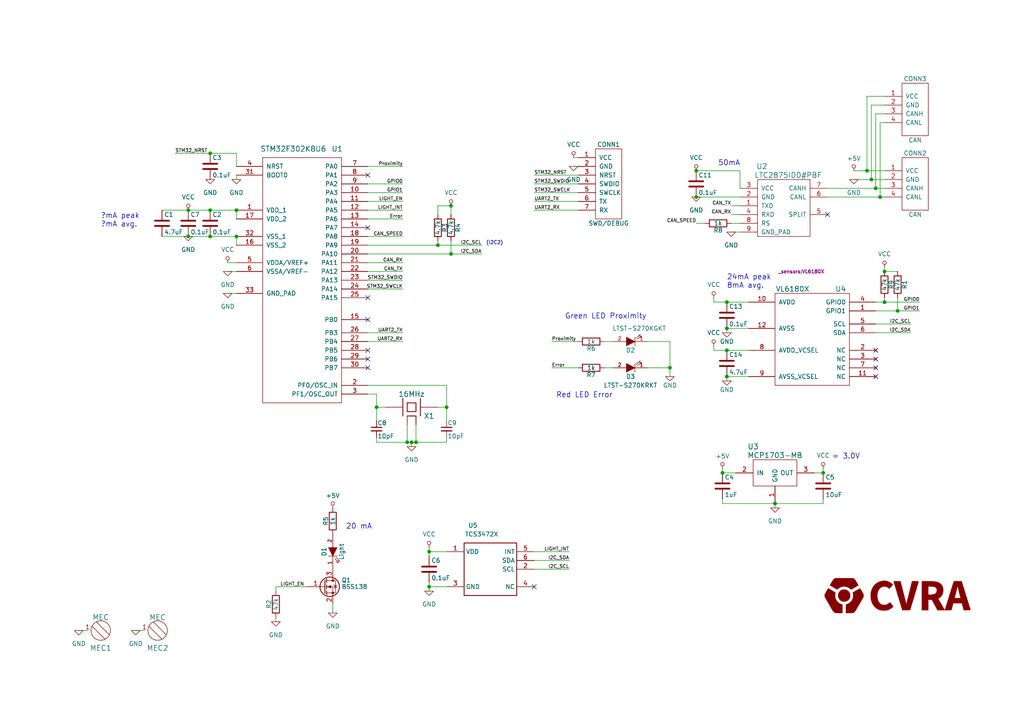
<source format=kicad_sch>
(kicad_sch (version 20230121) (generator eeschema)
  (paper "A4")
  (title_block (title "VL6180X Time of flight and color sensor board") (date "01.01.2018") (rev "A") (company "CVRA") (comment 1 "& Rouven Althaus") (comment 2 "Designed by Salah-Eddine Missri & Michael Spieler"))
  (lib_symbols
    (symbol "tof-sensor-board-rescue:+5V" (power) (pin_names (offset 1.016))
      (property "Value" "+5V" (at 0 2.286 0))
      (symbol "+5V_0_0"
        (pin power_in line (at 0 0 90) (length 0) hide (name "+5V") (number "1"))
      )
    )
    (symbol "tof-sensor-board-rescue:BSS138" (pin_names (offset 0) hide)
      (property "Reference" "Q" (at 5.08 1.905 0))
      (property "Value" "BSS138" (at 5.08 0 0))
      (symbol "BSS138_1_1"
        (pin input line (at -5.08 0 0) (length 5.334) (name "G") (number "1"))
        (pin passive line (at 2.54 -5.08 90) (length 2.54) (name "S") (number "2"))
        (pin passive line (at 2.54 5.08 270) (length 2.54) (name "D") (number "3"))
      )
    )
    (symbol "tof-sensor-board-rescue:C" (pin_numbers hide) (pin_names (offset 0.254))
      (property "Reference" "C" (at 0.635 2.54 0))
      (property "Value" "C" (at 0.635 -2.54 0))
      (symbol "C_1_1"
        (pin passive line (at 0 3.81 270) (length 2.794) (name "~") (number "1"))
        (pin passive line (at 0 -3.81 90) (length 2.794) (name "~") (number "2"))
      )
    )
    (symbol "tof-sensor-board-rescue:CAN" (pin_names (offset 1.016))
      (property "Reference" "CONN" (at 0 8.89 0))
      (property "Value" "CAN" (at 0 -8.89 0))
      (symbol "CAN_1_1"
        (pin power_in line (at -8.89 3.81 0) (length 5.08) (name "VCC") (number "1"))
        (pin power_in line (at -8.89 1.27 0) (length 5.08) (name "GND") (number "2"))
        (pin bidirectional line (at -8.89 -1.27 0) (length 5.08) (name "CANH") (number "3"))
        (pin bidirectional line (at -8.89 -3.81 0) (length 5.08) (name "CANL") (number "4"))
        (pin power_in line (at -11.43 -6.35 0) (length 7.62) hide (name "GND") (number "MECH"))
      )
    )
    (symbol "tof-sensor-board-rescue:CVRA_logo" (pin_names (offset 1.016)))
    (symbol "tof-sensor-board-rescue:C_Small" (pin_numbers hide) (pin_names (offset 0.254) hide)
      (property "Reference" "C" (at 0.254 1.778 0))
      (property "Value" "C_Small" (at 0.254 -2.032 0))
      (symbol "C_Small_1_1"
        (pin passive line (at 0 2.54 270) (length 2.032) (name "~") (number "1"))
        (pin passive line (at 0 -2.54 90) (length 2.032) (name "~") (number "2"))
      )
    )
    (symbol "tof-sensor-board-rescue:GND" (power) (pin_names (offset 0))
      (symbol "GND_1_1"
        (pin power_in line (at 0 0 90) (length 0) hide (name "GND") (number "1"))
      )
    )
    (symbol "tof-sensor-board-rescue:LED-RESCUE-tof-sensor-board" (pin_names (offset 1.016) hide)
      (property "Reference" "D" (at 0 2.54 0))
      (property "Value" "LED-RESCUE-tof-sensor-board" (at 0 -2.54 0))
      (symbol "LED-RESCUE-tof-sensor-board_1_1"
        (pin passive line (at -5.08 0 0) (length 3.81) (name "K") (number "1"))
        (pin passive line (at 5.08 0 180) (length 3.81) (name "A") (number "2"))
      )
    )
    (symbol "tof-sensor-board-rescue:LTC2875" (pin_names (offset 1.016))
      (property "Reference" "U" (at 6.35 7.62 0))
      (property "Value" "LTC2875" (at -2.54 7.62 0))
      (symbol "LTC2875_1_1"
        (pin input line (at -12.7 -1.27 0) (length 5.08) (name "TXD") (number "1"))
        (pin power_in line (at -12.7 1.27 0) (length 5.08) (name "GND") (number "2"))
        (pin power_in line (at -12.7 3.81 0) (length 5.08) (name "VCC") (number "3"))
        (pin output line (at -12.7 -3.81 0) (length 5.08) (name "RXD") (number "4"))
        (pin passive line (at 12.7 -3.81 180) (length 5.08) (name "SPLIT") (number "5"))
        (pin bidirectional line (at 12.7 1.27 180) (length 5.08) (name "CANL") (number "6"))
        (pin bidirectional line (at 12.7 3.81 180) (length 5.08) (name "CANH") (number "7"))
        (pin input line (at -12.7 -6.35 0) (length 5.08) (name "RS") (number "8"))
        (pin power_in line (at -12.7 -8.89 0) (length 5.08) (name "GND_PAD") (number "9"))
      )
    )
    (symbol "tof-sensor-board-rescue:MCP1703-MB" (pin_names (offset 1.016))
      (property "Reference" "U" (at 6.35 5.08 0))
      (property "Value" "MCP1703-MB" (at -1.27 5.08 0))
      (symbol "MCP1703-MB_1_1"
        (pin power_in line (at 0 -8.89 90) (length 5.08) (name "GND") (number "1"))
        (pin power_in line (at -11.43 0 0) (length 5.08) (name "IN") (number "2"))
        (pin power_in line (at 11.43 0 180) (length 5.08) (name "OUT") (number "3"))
      )
    )
    (symbol "tof-sensor-board-rescue:MEC" (pin_names (offset 1.016))
      (property "Reference" "MEC" (at 0 -5.08 0))
      (property "Value" "MEC" (at 0 3.81 0))
      (symbol "MEC_1_1"
        (pin input line (at -3.81 0 0) (length 0) (name "~") (number "1"))
      )
    )
    (symbol "tof-sensor-board-rescue:R" (pin_numbers hide) (pin_names (offset 0))
      (property "Reference" "R" (at 2.032 0 90))
      (property "Value" "R" (at 0 0 90))
      (symbol "R_1_1"
        (pin passive line (at 0 3.81 270) (length 1.27) (name "~") (number "1"))
        (pin passive line (at 0 -3.81 90) (length 1.27) (name "~") (number "2"))
      )
    )
    (symbol "tof-sensor-board-rescue:STM32F302K8U6" (pin_names (offset 1.016))
      (property "Reference" "U" (at 10.16 39.37 0))
      (property "Value" "STM32F302K8U6" (at -2.54 39.37 0))
      (symbol "STM32F302K8U6_1_1"
        (pin bidirectional line (at -19.05 21.59 0) (length 7.62) (name "VDD_1") (number "1"))
        (pin bidirectional line (at 19.05 26.67 180) (length 7.62) (name "PA3") (number "10"))
        (pin bidirectional line (at 19.05 24.13 180) (length 7.62) (name "PA4") (number "11"))
        (pin bidirectional line (at 19.05 21.59 180) (length 7.62) (name "PA5") (number "12"))
        (pin bidirectional line (at 19.05 19.05 180) (length 7.62) (name "PA6") (number "13"))
        (pin bidirectional line (at 19.05 16.51 180) (length 7.62) (name "PA7") (number "14"))
        (pin bidirectional line (at 19.05 -10.16 180) (length 7.62) (name "PB0") (number "15"))
        (pin bidirectional line (at -19.05 11.43 0) (length 7.62) (name "VSS_2") (number "16"))
        (pin bidirectional line (at -19.05 19.05 0) (length 7.62) (name "VDD_2") (number "17"))
        (pin bidirectional line (at 19.05 13.97 180) (length 7.62) (name "PA8") (number "18"))
        (pin bidirectional line (at 19.05 11.43 180) (length 7.62) (name "PA9") (number "19"))
        (pin bidirectional line (at 19.05 -29.21 180) (length 7.62) (name "PF0/OSC_IN") (number "2"))
        (pin bidirectional line (at 19.05 8.89 180) (length 7.62) (name "PA10") (number "20"))
        (pin bidirectional line (at 19.05 6.35 180) (length 7.62) (name "PA11") (number "21"))
        (pin bidirectional line (at 19.05 3.81 180) (length 7.62) (name "PA12") (number "22"))
        (pin bidirectional line (at 19.05 1.27 180) (length 7.62) (name "PA13") (number "23"))
        (pin bidirectional line (at 19.05 -1.27 180) (length 7.62) (name "PA14") (number "24"))
        (pin bidirectional line (at 19.05 -3.81 180) (length 7.62) (name "PA15") (number "25"))
        (pin bidirectional line (at 19.05 -13.97 180) (length 7.62) (name "PB3") (number "26"))
        (pin bidirectional line (at 19.05 -16.51 180) (length 7.62) (name "PB4") (number "27"))
        (pin bidirectional line (at 19.05 -19.05 180) (length 7.62) (name "PB5") (number "28"))
        (pin bidirectional line (at 19.05 -21.59 180) (length 7.62) (name "PB6") (number "29"))
        (pin bidirectional line (at 19.05 -31.75 180) (length 7.62) (name "PF1/OSC_OUT") (number "3"))
        (pin bidirectional line (at 19.05 -24.13 180) (length 7.62) (name "PB7") (number "30"))
        (pin bidirectional line (at -19.05 31.75 0) (length 7.62) (name "BOOT0") (number "31"))
        (pin bidirectional line (at -19.05 13.97 0) (length 7.62) (name "VSS_1") (number "32"))
        (pin power_in line (at -19.05 -2.54 0) (length 7.62) (name "GND_PAD") (number "33"))
        (pin bidirectional line (at -19.05 34.29 0) (length 7.62) (name "NRST") (number "4"))
        (pin bidirectional line (at -19.05 6.35 0) (length 7.62) (name "VDDA/VREF+") (number "5"))
        (pin bidirectional line (at -19.05 3.81 0) (length 7.62) (name "VSSA/VREF-") (number "6"))
        (pin bidirectional line (at 19.05 34.29 180) (length 7.62) (name "PA0") (number "7"))
        (pin bidirectional line (at 19.05 31.75 180) (length 7.62) (name "PA1") (number "8"))
        (pin bidirectional line (at 19.05 29.21 180) (length 7.62) (name "PA2") (number "9"))
      )
    )
    (symbol "tof-sensor-board-rescue:SWD/DEBUG" (pin_names (offset 1.016))
      (property "Reference" "CONN" (at 0 11.43 0))
      (property "Value" "SWD/DEBUG" (at 0 -11.43 0))
      (symbol "SWD/DEBUG_1_1"
        (pin power_in line (at -8.89 7.62 0) (length 5.08) (name "VCC") (number "1"))
        (pin power_in line (at -8.89 5.08 0) (length 5.08) (name "GND") (number "2"))
        (pin output line (at -8.89 2.54 0) (length 5.08) (name "NRST") (number "3"))
        (pin bidirectional line (at -8.89 0 0) (length 5.08) (name "SWDIO") (number "4"))
        (pin output line (at -8.89 -2.54 0) (length 5.08) (name "SWCLK") (number "5"))
        (pin input line (at -8.89 -5.08 0) (length 5.08) (name "TX") (number "6"))
        (pin output line (at -8.89 -7.62 0) (length 5.08) (name "RX") (number "7"))
      )
    )
    (symbol "tof-sensor-board-rescue:TCS3472X"
      (property "Reference" "U" (at -5.08 12.7 0))
      (property "Value" "TCS3472X" (at -2.54 10.16 0))
      (symbol "TCS3472X_1_1"
        (pin power_in line (at -12.7 5.08 0) (length 5.08) (name "VDD") (number "1"))
        (pin input line (at 12.7 0 180) (length 5.08) (name "SCL") (number "2"))
        (pin power_in line (at -12.7 -5.08 0) (length 5.08) (name "GND") (number "3"))
        (pin output line (at 12.7 -5.08 180) (length 5.08) (name "NC") (number "4"))
        (pin open_collector line (at 12.7 5.08 180) (length 5.08) (name "INT") (number "5"))
        (pin bidirectional line (at 12.7 2.54 180) (length 5.08) (name "SDA") (number "6"))
      )
    )
    (symbol "tof-sensor-board-rescue:VCC" (power) (pin_names (offset 0))
      (property "Value" "VCC" (at 0 2.54 0))
      (symbol "VCC_0_0"
        (pin power_in line (at 0 0 90) (length 0) hide (name "VCC") (number "1"))
      )
    )
    (symbol "tof-sensor-board-rescue:VL6180X" (pin_names (offset 1.016))
      (property "Reference" "U" (at 16.51 10.16 0))
      (property "Value" "VL6180X" (at 2.54 10.16 0))
      (symbol "VL6180X_1_1"
        (pin input line (at 26.67 3.81 180) (length 7.62) (name "GPIO1") (number "1"))
        (pin input line (at -10.16 6.35 0) (length 7.62) (name "AVDD") (number "10"))
        (pin no_connect line (at 26.67 -15.24 180) (length 7.62) (name "NC") (number "11"))
        (pin input line (at -10.16 -1.27 0) (length 7.62) (name "AVSS") (number "12"))
        (pin no_connect line (at 26.67 -7.62 180) (length 7.62) (name "NC") (number "2"))
        (pin no_connect line (at 26.67 -10.16 180) (length 7.62) (name "NC") (number "3"))
        (pin input line (at 26.67 6.35 180) (length 7.62) (name "GPIO0") (number "4"))
        (pin input line (at 26.67 0 180) (length 7.62) (name "SCL") (number "5"))
        (pin input line (at 26.67 -2.54 180) (length 7.62) (name "SDA") (number "6"))
        (pin no_connect line (at 26.67 -12.7 180) (length 7.62) (name "NC") (number "7"))
        (pin input line (at -10.16 -7.62 0) (length 7.62) (name "AVDD_VCSEL") (number "8"))
        (pin input line (at -10.16 -15.24 0) (length 7.62) (name "AVSS_VCSEL") (number "9"))
      )
    )
    (symbol "tof-sensor-board-rescue:XTAL-SMD-4-PADS" (pin_numbers hide) (pin_names (offset 1.016) hide)
      (property "Reference" "X" (at 0 5.08 0))
      (property "Value" "XTAL-SMD-4-PADS" (at 0 7.62 0))
      (symbol "XTAL-SMD-4-PADS_1_1"
        (pin input line (at -7.62 0 0) (length 5.08) (name "~") (number "1"))
        (pin input line (at -1.27 -5.08 90) (length 2.54) (name "case") (number "2"))
        (pin input line (at 7.62 0 180) (length 5.08) (name "~") (number "3"))
        (pin input line (at 1.27 -5.08 90) (length 2.54) (name "case") (number "4"))
      )
    )
  )
  (junction (at 60.96 44.45))
  (junction (at 54.61 68.58))
  (junction (at 124.46 170.18))
  (junction (at 109.22 118.11))
  (junction (at 130.81 59.69))
  (junction (at 210.82 109.22))
  (junction (at 60.96 60.96))
  (junction (at 120.65 128.27))
  (junction (at 210.82 101.6))
  (junction (at 60.96 68.58))
  (junction (at 256.54 87.63))
  (junction (at 201.93 57.15))
  (junction (at 224.79 146.05))
  (junction (at 201.93 49.53))
  (junction (at 255.27 57.15))
  (junction (at 68.58 68.58))
  (junction (at 238.76 137.16))
  (junction (at 130.81 73.66))
  (junction (at 252.73 52.07))
  (junction (at 260.35 90.17))
  (junction (at 127 71.12))
  (junction (at 251.46 49.53))
  (junction (at 256.54 78.74))
  (junction (at 209.55 137.16))
  (junction (at 119.38 128.27))
  (junction (at 194.31 106.68))
  (junction (at 124.46 160.02))
  (junction (at 210.82 87.63))
  (junction (at 118.11 128.27))
  (junction (at 129.54 118.11))
  (junction (at 254 54.61))
  (junction (at 54.61 60.96))
  (junction (at 68.58 60.96))
  (junction (at 210.82 95.25))
  (no_connect (at 106.68 66.04))
  (no_connect (at 106.68 104.14))
  (no_connect (at 106.68 106.68))
  (no_connect (at 106.68 101.6))
  (no_connect (at 106.68 86.36))
  (no_connect (at 240.03 62.23))
  (no_connect (at 254 106.68))
  (no_connect (at 154.94 170.18))
  (no_connect (at 254 101.6))
  (no_connect (at 106.68 92.71))
  (no_connect (at 254 104.14))
  (no_connect (at 254 109.22))
  (no_connect (at 106.68 50.8))
  (wire (pts (xy 66.04 76.2) (xy 68.58 76.2)))
  (wire (pts (xy 68.58 60.96) (xy 68.58 63.5)))
  (wire (pts (xy 252.73 52.07) (xy 256.54 52.07)))
  (wire (pts (xy 106.68 73.66) (xy 130.81 73.66)))
  (wire (pts (xy 50.8 44.45) (xy 60.96 44.45)))
  (wire (pts (xy 130.81 59.69) (xy 130.81 62.23)))
  (wire (pts (xy 54.61 68.58) (xy 60.96 68.58)))
  (wire (pts (xy 129.54 118.11) (xy 129.54 121.92)))
  (wire (pts (xy 124.46 168.91) (xy 124.46 170.18)))
  (wire (pts (xy 224.79 147.32) (xy 224.79 146.05)))
  (wire (pts (xy 96.52 175.26) (xy 96.52 177.8)))
  (wire (pts (xy 68.58 68.58) (xy 68.58 71.12)))
  (wire (pts (xy 201.93 57.15) (xy 214.63 57.15)))
  (wire (pts (xy 120.65 123.19) (xy 120.65 128.27)))
  (wire (pts (xy 22.86 182.88) (xy 25.4 182.88)))
  (wire (pts (xy 256.54 86.36) (xy 256.54 87.63)))
  (wire (pts (xy 120.65 128.27) (xy 129.54 128.27)))
  (wire (pts (xy 109.22 128.27) (xy 118.11 128.27)))
  (wire (pts (xy 154.94 50.8) (xy 167.64 50.8)))
  (wire (pts (xy 39.37 182.88) (xy 41.91 182.88)))
  (wire (pts (xy 66.04 78.74) (xy 68.58 78.74)))
  (wire (pts (xy 118.11 128.27) (xy 119.38 128.27)))
  (wire (pts (xy 212.09 59.69) (xy 214.63 59.69)))
  (wire (pts (xy 66.04 85.09) (xy 68.58 85.09)))
  (wire (pts (xy 254 33.02) (xy 254 54.61)))
  (wire (pts (xy 127 71.12) (xy 127 69.85)))
  (wire (pts (xy 116.84 48.26) (xy 106.68 48.26)))
  (wire (pts (xy 207.01 101.6) (xy 207.01 100.33)))
  (wire (pts (xy 166.37 48.26) (xy 167.64 48.26)))
  (wire (pts (xy 194.31 99.06) (xy 194.31 106.68)))
  (wire (pts (xy 260.35 78.74) (xy 256.54 78.74)))
  (wire (pts (xy 240.03 54.61) (xy 254 54.61)))
  (wire (pts (xy 209.55 137.16) (xy 213.36 137.16)))
  (wire (pts (xy 127 59.69) (xy 127 62.23)))
  (wire (pts (xy 177.8 99.06) (xy 175.26 99.06)))
  (wire (pts (xy 254 93.98) (xy 264.16 93.98)))
  (wire (pts (xy 127 59.69) (xy 130.81 59.69)))
  (wire (pts (xy 106.68 96.52) (xy 116.84 96.52)))
  (wire (pts (xy 54.61 60.96) (xy 60.96 60.96)))
  (wire (pts (xy 106.68 63.5) (xy 116.84 63.5)))
  (wire (pts (xy 80.01 170.18) (xy 80.01 171.45)))
  (wire (pts (xy 124.46 158.75) (xy 124.46 160.02)))
  (wire (pts (xy 106.68 68.58) (xy 116.84 68.58)))
  (wire (pts (xy 116.84 78.74) (xy 106.68 78.74)))
  (wire (pts (xy 256.54 30.48) (xy 252.73 30.48)))
  (wire (pts (xy 111.76 118.11) (xy 109.22 118.11)))
  (wire (pts (xy 109.22 114.3) (xy 109.22 118.11)))
  (wire (pts (xy 187.96 99.06) (xy 194.31 99.06)))
  (wire (pts (xy 210.82 109.22) (xy 210.82 110.49)))
  (wire (pts (xy 210.82 87.63) (xy 217.17 87.63)))
  (wire (pts (xy 160.02 106.68) (xy 167.64 106.68)))
  (wire (pts (xy 46.99 60.96) (xy 54.61 60.96)))
  (wire (pts (xy 254 87.63) (xy 256.54 87.63)))
  (wire (pts (xy 264.16 96.52) (xy 254 96.52)))
  (wire (pts (xy 207.01 87.63) (xy 207.01 86.36)))
  (wire (pts (xy 256.54 87.63) (xy 266.7 87.63)))
  (wire (pts (xy 154.94 165.1) (xy 165.1 165.1)))
  (wire (pts (xy 68.58 52.07) (xy 68.58 50.8)))
  (wire (pts (xy 129.54 160.02) (xy 124.46 160.02)))
  (wire (pts (xy 116.84 99.06) (xy 106.68 99.06)))
  (wire (pts (xy 106.68 111.76) (xy 129.54 111.76)))
  (wire (pts (xy 106.68 83.82) (xy 116.84 83.82)))
  (wire (pts (xy 109.22 114.3) (xy 106.68 114.3)))
  (wire (pts (xy 68.58 44.45) (xy 68.58 48.26)))
  (wire (pts (xy 224.79 146.05) (xy 238.76 146.05)))
  (wire (pts (xy 124.46 170.18) (xy 124.46 171.45)))
  (wire (pts (xy 109.22 128.27) (xy 109.22 127)))
  (wire (pts (xy 124.46 160.02) (xy 124.46 161.29)))
  (wire (pts (xy 210.82 101.6) (xy 217.17 101.6)))
  (wire (pts (xy 129.54 170.18) (xy 124.46 170.18)))
  (wire (pts (xy 210.82 95.25) (xy 210.82 96.52)))
  (wire (pts (xy 118.11 123.19) (xy 118.11 128.27)))
  (wire (pts (xy 212.09 64.77) (xy 214.63 64.77)))
  (wire (pts (xy 130.81 73.66) (xy 130.81 69.85)))
  (wire (pts (xy 129.54 128.27) (xy 129.54 127)))
  (wire (pts (xy 127 71.12) (xy 139.7 71.12)))
  (wire (pts (xy 194.31 106.68) (xy 194.31 109.22)))
  (wire (pts (xy 254 54.61) (xy 256.54 54.61)))
  (wire (pts (xy 175.26 106.68) (xy 177.8 106.68)))
  (wire (pts (xy 256.54 78.74) (xy 256.54 77.47)))
  (wire (pts (xy 207.01 101.6) (xy 210.82 101.6)))
  (wire (pts (xy 116.84 76.2) (xy 106.68 76.2)))
  (wire (pts (xy 167.64 99.06) (xy 160.02 99.06)))
  (wire (pts (xy 255.27 57.15) (xy 256.54 57.15)))
  (wire (pts (xy 167.64 60.96) (xy 154.94 60.96)))
  (wire (pts (xy 201.93 64.77) (xy 204.47 64.77)))
  (wire (pts (xy 116.84 81.28) (xy 106.68 81.28)))
  (wire (pts (xy 240.03 57.15) (xy 255.27 57.15)))
  (wire (pts (xy 254 90.17) (xy 260.35 90.17)))
  (wire (pts (xy 116.84 53.34) (xy 106.68 53.34)))
  (wire (pts (xy 209.55 144.78) (xy 209.55 146.05)))
  (wire (pts (xy 127 118.11) (xy 129.54 118.11)))
  (wire (pts (xy 60.96 60.96) (xy 68.58 60.96)))
  (wire (pts (xy 154.94 160.02) (xy 165.1 160.02)))
  (wire (pts (xy 256.54 33.02) (xy 254 33.02)))
  (wire (pts (xy 217.17 95.25) (xy 210.82 95.25)))
  (wire (pts (xy 106.68 60.96) (xy 116.84 60.96)))
  (wire (pts (xy 238.76 137.16) (xy 238.76 135.89)))
  (wire (pts (xy 201.93 49.53) (xy 214.63 49.53)))
  (wire (pts (xy 251.46 49.53) (xy 256.54 49.53)))
  (wire (pts (xy 46.99 68.58) (xy 54.61 68.58)))
  (wire (pts (xy 252.73 30.48) (xy 252.73 52.07)))
  (wire (pts (xy 247.65 49.53) (xy 251.46 49.53)))
  (wire (pts (xy 106.68 71.12) (xy 127 71.12)))
  (wire (pts (xy 166.37 45.72) (xy 167.64 45.72)))
  (wire (pts (xy 209.55 135.89) (xy 209.55 137.16)))
  (wire (pts (xy 165.1 162.56) (xy 154.94 162.56)))
  (wire (pts (xy 212.09 62.23) (xy 214.63 62.23)))
  (wire (pts (xy 260.35 90.17) (xy 266.7 90.17)))
  (wire (pts (xy 214.63 49.53) (xy 214.63 54.61)))
  (wire (pts (xy 247.65 52.07) (xy 252.73 52.07)))
  (wire (pts (xy 251.46 27.94) (xy 251.46 49.53)))
  (wire (pts (xy 167.64 53.34) (xy 154.94 53.34)))
  (wire (pts (xy 238.76 146.05) (xy 238.76 144.78)))
  (wire (pts (xy 119.38 128.27) (xy 120.65 128.27)))
  (wire (pts (xy 236.22 137.16) (xy 238.76 137.16)))
  (wire (pts (xy 209.55 146.05) (xy 224.79 146.05)))
  (wire (pts (xy 129.54 111.76) (xy 129.54 118.11)))
  (wire (pts (xy 106.68 58.42) (xy 116.84 58.42)))
  (wire (pts (xy 154.94 55.88) (xy 167.64 55.88)))
  (wire (pts (xy 119.38 128.27) (xy 119.38 129.54)))
  (wire (pts (xy 255.27 35.56) (xy 255.27 57.15)))
  (wire (pts (xy 60.96 68.58) (xy 68.58 68.58)))
  (wire (pts (xy 130.81 73.66) (xy 139.7 73.66)))
  (wire (pts (xy 260.35 86.36) (xy 260.35 90.17)))
  (wire (pts (xy 217.17 109.22) (xy 210.82 109.22)))
  (wire (pts (xy 80.01 170.18) (xy 88.9 170.18)))
  (wire (pts (xy 256.54 35.56) (xy 255.27 35.56)))
  (wire (pts (xy 80.01 179.07) (xy 80.01 180.34)))
  (wire (pts (xy 207.01 87.63) (xy 210.82 87.63)))
  (wire (pts (xy 106.68 55.88) (xy 116.84 55.88)))
  (wire (pts (xy 154.94 58.42) (xy 167.64 58.42)))
  (wire (pts (xy 60.96 44.45) (xy 68.58 44.45)))
  (wire (pts (xy 256.54 27.94) (xy 251.46 27.94)))
  (wire (pts (xy 187.96 106.68) (xy 194.31 106.68)))
  (wire (pts (xy 109.22 118.11) (xy 109.22 121.92)))
  (wire (pts (xy 212.09 67.31) (xy 214.63 67.31)))
  (text "Red LED Error" (at 161.29 115.57 0) (effects (font (size 1.524 1.524)) (justify left bottom)))
  (text "50mA" (at 208.28 48.26 0) (effects (font (size 1.524 1.524)) (justify left bottom)))
  (text "24mA peak\n8mA avg." (at 210.82 83.82 0) (effects (font (size 1.524 1.524)) (justify left bottom)))
  (text "20 mA\n" (at 100.33 153.67 0) (effects (font (size 1.524 1.524)) (justify left bottom)))
  (text "?mA peak\n?mA avg." (at 29.21 66.04 0) (effects (font (size 1.524 1.524)) (justify left bottom)))
  (text "= 3.0V\n" (at 241.3 133.35 0) (effects (font (size 1.524 1.524)) (justify left bottom)))
  (text "Green LED Proximity" (at 163.83 92.71 0) (effects (font (size 1.524 1.524)) (justify left bottom)))
  (text "(I2C2)" (at 140.97 71.12 0) (effects (font (size 1.016 1.016)) (justify left bottom)))
  (label "CAN_SPEED" (at 201.93 64.77 180) (effects (font (size 0.9906 0.9906))))
  (label "I2C_SCL" (at 165.1 165.1 180) (effects (font (size 0.9906 0.9906))))
  (label "Proximity" (at 116.84 48.26 180) (effects (font (size 0.9906 0.9906))))
  (label "GPIO1" (at 116.84 55.88 180) (effects (font (size 0.9906 0.9906))))
  (label "I2C_SDA" (at 165.1 162.56 180) (effects (font (size 0.9906 0.9906))))
  (label "STM32_NRST" (at 50.8 44.45 0) (effects (font (size 0.9906 0.9906))))
  (label "UART2_TX" (at 116.84 96.52 180) (effects (font (size 0.9906 0.9906))))
  (label "CAN_RX" (at 212.09 62.23 180) (effects (font (size 0.9906 0.9906))))
  (label "GPIO0" (at 116.84 53.34 180) (effects (font (size 0.9906 0.9906))))
  (label "STM32_NRST" (at 154.94 50.8 0) (effects (font (size 0.9906 0.9906))))
  (label "I2C_SCL" (at 264.16 93.98 180) (effects (font (size 0.9906 0.9906))))
  (label "STM32_SWDIO" (at 116.84 81.28 180) (effects (font (size 0.9906 0.9906))))
  (label "I2C_SDA" (at 264.16 96.52 180) (effects (font (size 0.9906 0.9906))))
  (label "GPIO0" (at 266.7 87.63 180) (effects (font (size 0.9906 0.9906))))
  (label "STM32_SWCLK" (at 116.84 83.82 180) (effects (font (size 0.9906 0.9906))))
  (label "STM32_SWCLK" (at 154.94 55.88 0) (effects (font (size 0.9906 0.9906))))
  (label "LIGHT_INT" (at 116.84 60.96 180) (effects (font (size 0.9906 0.9906))))
  (label "CAN_SPEED" (at 116.84 68.58 180) (effects (font (size 0.9906 0.9906))))
  (label "Error" (at 116.84 63.5 180) (effects (font (size 0.9906 0.9906))))
  (label "LIGHT_INT" (at 165.1 160.02 180) (effects (font (size 0.9906 0.9906))))
  (label "GPIO1" (at 266.7 90.17 180) (effects (font (size 0.9906 0.9906))))
  (label "CAN_TX" (at 116.84 78.74 180) (effects (font (size 0.9906 0.9906))))
  (label "I2C_SDA" (at 139.7 73.66 180) (effects (font (size 0.9906 0.9906))))
  (label "Error" (at 160.02 106.68 0) (effects (font (size 0.9906 0.9906))))
  (label "CAN_RX" (at 116.84 76.2 180) (effects (font (size 0.9906 0.9906))))
  (label "I2C_SCL" (at 139.7 71.12 180) (effects (font (size 0.9906 0.9906))))
  (label "STM32_SWDIO" (at 154.94 53.34 0) (effects (font (size 0.9906 0.9906))))
  (label "CAN_TX" (at 212.09 59.69 180) (effects (font (size 0.9906 0.9906))))
  (label "UART2_RX" (at 116.84 99.06 180) (effects (font (size 0.9906 0.9906))))
  (label "Proximity" (at 160.02 99.06 0) (effects (font (size 0.9906 0.9906))))
  (label "LIGHT_EN" (at 116.84 58.42 180) (effects (font (size 0.9906 0.9906))))
  (label "LIGHT_EN" (at 81.28 170.18 0) (effects (font (size 0.9906 0.9906))))
  (label "UART2_RX" (at 154.94 60.96 0) (effects (font (size 0.9906 0.9906))))
  (label "UART2_TX" (at 154.94 58.42 0) (effects (font (size 0.9906 0.9906))))
  (symbol (lib_id "tof-sensor-board-rescue:C_Small") (at 109.22 124.46 0) (unit 1)
    (property "Reference" "C8" (at 109.474 122.682 0) (effects (justify left)))
    (property "Value" "10pF" (at 109.474 126.492 0) (effects (justify left)))
    (property "Footprint" "Capacitors_SMD:C_0402" (effects hide))
  )
  (symbol (lib_id "tof-sensor-board-rescue:C_Small") (at 129.54 124.46 0) (unit 1)
    (property "Reference" "C9" (at 129.794 122.682 0) (effects (justify left)))
    (property "Value" "10pF" (at 129.794 126.492 0) (effects (justify left)))
    (property "Footprint" "Capacitors_SMD:C_0402" (effects hide))
  )
  (symbol (lib_id "tof-sensor-board-rescue:GND") (at 119.38 129.54 0) (unit 1)
    (property "Reference" "#PWR01" (effects hide))
    (property "Value" "GND" (at 119.38 133.35 0))
  )
  (symbol (lib_id "tof-sensor-board-rescue:GND") (at 68.58 52.07 0) (unit 1)
    (property "Reference" "#PWR02" (effects hide))
    (property "Value" "GND" (at 68.58 55.88 0))
  )
  (symbol (lib_id "tof-sensor-board-rescue:C") (at 60.96 64.77 0) (unit 1)
    (property "Reference" "C2" (at 61.595 62.23 0) (effects (justify left)))
    (property "Value" "0.1uF" (at 61.595 67.31 0) (effects (justify left)))
    (property "Footprint" "Capacitors_SMD:C_0402" (effects hide))
  )
  (symbol (lib_id "tof-sensor-board-rescue:VCC") (at 66.04 76.2 0) (unit 1)
    (property "Reference" "#PWR03" (effects hide))
    (property "Value" "VCC" (at 66.04 72.39 0))
  )
  (symbol (lib_id "tof-sensor-board-rescue:GND") (at 66.04 78.74 0) (unit 1)
    (property "Reference" "#PWR04" (effects hide))
    (property "Value" "GND" (at 66.04 82.55 0))
  )
  (symbol (lib_id "tof-sensor-board-rescue:XTAL-SMD-4-PADS") (at 119.38 118.11 0) (unit 1)
    (property "Reference" "X1" (at 124.46 120.65 0) (effects (font (size 1.524 1.524))))
    (property "Value" "16MHz" (at 119.38 114.3 0) (effects (font (size 1.524 1.524))))
    (property "Footprint" "_div:_TSX-3225-SMD-XTAL" (effects hide))
  )
  (symbol (lib_id "tof-sensor-board-rescue:CAN") (at 265.43 31.75 0) (unit 1)
    (property "Reference" "CONN3" (at 265.43 22.86 0))
    (property "Value" "CAN" (at 265.43 40.64 0))
    (property "Footprint" "_connectors:_Molex-PicoBlade-SMD-4" (effects hide))
    (property "Datasheet" "DOCUMENTATION" (effects hide))
  )
  (symbol (lib_id "tof-sensor-board-rescue:LED-RESCUE-tof-sensor-board") (at 182.88 99.06 180) (unit 1)
    (property "Reference" "D2" (at 182.88 101.6 0))
    (property "Value" "LTST-S270KGKT" (at 185.42 95.25 0))
    (property "Footprint" "Resistors_SMD:R_0603" (effects hide))
  )
  (symbol (lib_id "tof-sensor-board-rescue:LED-RESCUE-tof-sensor-board") (at 182.88 106.68 180) (unit 1)
    (property "Reference" "D3" (at 182.88 109.22 0))
    (property "Value" "LTST-S270KRKT" (at 182.88 111.76 0))
    (property "Footprint" "Resistors_SMD:R_0603" (effects hide))
  )
  (symbol (lib_id "tof-sensor-board-rescue:R") (at 171.45 99.06 90) (mirror x) (unit 1)
    (property "Reference" "R6" (at 171.45 101.092 90))
    (property "Value" "1k" (at 171.45 99.06 90))
    (property "Footprint" "Resistors_SMD:R_0402" (effects hide))
  )
  (symbol (lib_id "tof-sensor-board-rescue:R") (at 171.45 106.68 90) (mirror x) (unit 1)
    (property "Reference" "R7" (at 171.45 108.712 90))
    (property "Value" "1k" (at 171.45 106.68 90))
    (property "Footprint" "Resistors_SMD:R_0402" (effects hide))
  )
  (symbol (lib_id "tof-sensor-board-rescue:R") (at 127 66.04 0) (unit 1)
    (property "Reference" "R3" (at 129.032 66.04 90))
    (property "Value" "4.7k" (at 127 66.04 90))
    (property "Footprint" "Resistors_SMD:R_0402" (effects hide))
  )
  (symbol (lib_id "tof-sensor-board-rescue:R") (at 130.81 66.04 0) (unit 1)
    (property "Reference" "R4" (at 132.842 66.04 90))
    (property "Value" "4.7k" (at 130.81 66.04 90))
    (property "Footprint" "Resistors_SMD:R_0402" (effects hide))
  )
  (symbol (lib_id "tof-sensor-board-rescue:C") (at 210.82 105.41 0) (unit 1)
    (property "Reference" "C14" (at 211.455 102.87 0) (effects (justify left)))
    (property "Value" "4.7uF" (at 211.455 107.95 0) (effects (justify left)))
    (property "Footprint" "Capacitors_SMD:C_0603" (effects hide))
  )
  (symbol (lib_id "tof-sensor-board-rescue:GND") (at 210.82 96.52 0) (unit 1)
    (property "Reference" "#PWR05" (effects hide))
    (property "Value" "GND" (at 210.82 99.06 0))
  )
  (symbol (lib_id "tof-sensor-board-rescue:R") (at 256.54 82.55 0) (unit 1)
    (property "Reference" "R9" (at 258.572 82.55 90))
    (property "Value" "47k" (at 256.54 82.55 90))
    (property "Footprint" "Resistors_SMD:R_0402" (effects hide))
  )
  (symbol (lib_id "tof-sensor-board-rescue:LTC2875") (at 227.33 58.42 0) (unit 1)
    (property "Reference" "U2" (at 220.98 48.26 0) (effects (font (size 1.524 1.524))))
    (property "Value" "LTC2875IDD#PBF" (at 228.6 50.8 0) (effects (font (size 1.524 1.524))))
    (property "Footprint" "Housings_DFN_QFN:DFN-8-1EP_3x3mm_Pitch0.5mm" (effects hide))
  )
  (symbol (lib_id "tof-sensor-board-rescue:R") (at 208.28 64.77 270) (unit 1)
    (property "Reference" "R8" (at 208.28 66.802 90))
    (property "Value" "1k" (at 208.28 64.77 90))
    (property "Footprint" "Resistors_SMD:R_0402" (effects hide))
  )
  (symbol (lib_id "tof-sensor-board-rescue:C") (at 54.61 64.77 0) (unit 1)
    (property "Reference" "C7" (at 55.245 62.23 0) (effects (justify left)))
    (property "Value" "0.1uF" (at 55.245 67.31 0) (effects (justify left)))
    (property "Footprint" "Capacitors_SMD:C_0402" (effects hide))
  )
  (symbol (lib_id "tof-sensor-board-rescue:GND") (at 201.93 57.15 0) (unit 1)
    (property "Reference" "#PWR06" (effects hide))
    (property "Value" "GND" (at 201.93 60.96 0))
  )
  (symbol (lib_id "tof-sensor-board-rescue:VCC") (at 201.93 49.53 0) (unit 1)
    (property "Reference" "#PWR07" (effects hide))
    (property "Value" "VCC" (at 201.93 45.72 0))
  )
  (symbol (lib_id "tof-sensor-board-rescue:C") (at 201.93 53.34 0) (unit 1)
    (property "Reference" "C11" (at 202.565 50.8 0) (effects (justify left)))
    (property "Value" "0.1uF" (at 202.565 55.88 0) (effects (justify left)))
    (property "Footprint" "Capacitors_SMD:C_0402" (effects hide))
  )
  (symbol (lib_id "tof-sensor-board-rescue:CAN") (at 265.43 53.34 0) (unit 1)
    (property "Reference" "CONN2" (at 265.43 44.45 0))
    (property "Value" "CAN" (at 265.43 62.23 0))
    (property "Footprint" "_connectors:_Molex-PicoBlade-SMD-4" (effects hide))
    (property "Datasheet" "DOCUMENTATION" (effects hide))
  )
  (symbol (lib_id "tof-sensor-board-rescue:GND") (at 247.65 52.07 0) (unit 1)
    (property "Reference" "#PWR08" (effects hide))
    (property "Value" "GND" (at 247.65 55.88 0))
  )
  (symbol (lib_id "tof-sensor-board-rescue:GND") (at 166.37 48.26 0) (unit 1)
    (property "Reference" "#PWR09" (effects hide))
    (property "Value" "GND" (at 166.37 52.07 0))
  )
  (symbol (lib_id "tof-sensor-board-rescue:VCC") (at 166.37 45.72 0) (unit 1)
    (property "Reference" "#PWR010" (effects hide))
    (property "Value" "VCC" (at 166.37 41.91 0))
  )
  (symbol (lib_id "tof-sensor-board-rescue:+5V") (at 247.65 49.53 0) (unit 1)
    (property "Reference" "#PWR011" (effects hide))
    (property "Value" "+5V" (at 247.65 45.974 0))
  )
  (symbol (lib_id "tof-sensor-board-rescue:STM32F302K8U6") (at 87.63 82.55 0) (unit 1)
    (property "Reference" "U1" (at 97.79 43.18 0) (effects (font (size 1.524 1.524))))
    (property "Value" "STM32F302K8U6" (at 85.09 43.18 0) (effects (font (size 1.524 1.524))))
    (property "Footprint" "Housings_DFN_QFN:QFN-32-1EP_5x5mm_Pitch0.5mm" (effects hide))
    (property "Datasheet" "DOCUMENTATION" (effects hide))
  )
  (symbol (lib_id "tof-sensor-board-rescue:SWD/DEBUG") (at 176.53 53.34 0) (unit 1)
    (property "Reference" "CONN1" (at 176.53 41.91 0))
    (property "Value" "SWD/DEBUG" (at 176.53 64.77 0))
    (property "Footprint" "_connectors:_Pin2mm_7z" (effects hide))
    (property "Datasheet" "DOCUMENTATION" (effects hide))
  )
  (symbol (lib_id "tof-sensor-board-rescue:C") (at 60.96 48.26 0) (unit 1)
    (property "Reference" "C3" (at 61.595 45.72 0) (effects (justify left)))
    (property "Value" "0.1uF" (at 61.595 50.8 0) (effects (justify left)))
    (property "Footprint" "Capacitors_SMD:C_0402" (effects hide))
  )
  (symbol (lib_id "tof-sensor-board-rescue:GND") (at 60.96 52.07 0) (unit 1)
    (property "Reference" "#PWR012" (effects hide))
    (property "Value" "GND" (at 60.96 55.88 0))
  )
  (symbol (lib_id "tof-sensor-board-rescue:GND") (at 54.61 68.58 0) (unit 1)
    (property "Reference" "#PWR013" (effects hide))
    (property "Value" "GND" (at 54.61 72.39 0))
  )
  (symbol (lib_id "tof-sensor-board-rescue:VCC") (at 54.61 60.96 0) (unit 1)
    (property "Reference" "#PWR014" (effects hide))
    (property "Value" "VCC" (at 54.61 57.15 0))
  )
  (symbol (lib_id "tof-sensor-board-rescue:C") (at 46.99 64.77 0) (unit 1)
    (property "Reference" "C1" (at 47.625 62.23 0) (effects (justify left)))
    (property "Value" "4.7uF" (at 47.625 67.31 0) (effects (justify left)))
    (property "Footprint" "Capacitors_SMD:C_0603" (effects hide))
  )
  (symbol (lib_id "tof-sensor-board-rescue:VCC") (at 130.81 59.69 0) (unit 1)
    (property "Reference" "#PWR015" (effects hide))
    (property "Value" "VCC" (at 130.81 55.88 0))
  )
  (symbol (lib_id "tof-sensor-board-rescue:CVRA_logo") (at 260.35 172.72 0) (unit 1)
    (property "Reference" "#G1" (effects hide))
    (property "Value" "CVRA_logo" (effects hide))
  )
  (symbol (lib_id "tof-sensor-board-rescue:C") (at 209.55 140.97 0) (unit 1)
    (property "Reference" "C4" (at 210.185 138.43 0) (effects (justify left)))
    (property "Value" "1uF" (at 210.185 143.51 0) (effects (justify left)))
    (property "Footprint" "Capacitors_SMD:C_0603" (effects hide))
  )
  (symbol (lib_id "tof-sensor-board-rescue:C") (at 238.76 140.97 0) (unit 1)
    (property "Reference" "C5" (at 239.395 138.43 0) (effects (justify left)))
    (property "Value" "10uF" (at 239.395 143.51 0) (effects (justify left)))
    (property "Footprint" "Capacitors_SMD:C_0603" (effects hide))
  )
  (symbol (lib_id "tof-sensor-board-rescue:+5V") (at 209.55 135.89 0) (unit 1)
    (property "Reference" "#PWR016" (effects hide))
    (property "Value" "+5V" (at 209.55 132.334 0))
  )
  (symbol (lib_id "tof-sensor-board-rescue:GND") (at 224.79 147.32 0) (unit 1)
    (property "Reference" "#PWR017" (effects hide))
    (property "Value" "GND" (at 224.79 151.13 0))
  )
  (symbol (lib_id "tof-sensor-board-rescue:VCC") (at 238.76 135.89 0) (unit 1)
    (property "Reference" "#PWR018" (effects hide))
    (property "Value" "VCC" (at 238.76 132.08 0))
  )
  (symbol (lib_id "tof-sensor-board-rescue:VCC") (at 256.54 77.47 0) (unit 1)
    (property "Reference" "#PWR019" (effects hide))
    (property "Value" "VCC" (at 256.54 73.66 0))
  )
  (symbol (lib_id "tof-sensor-board-rescue:C") (at 210.82 91.44 0) (unit 1)
    (property "Reference" "C13" (at 211.455 88.9 0) (effects (justify left)))
    (property "Value" "0.1uF" (at 211.455 93.98 0) (effects (justify left)))
    (property "Footprint" "Capacitors_SMD:C_0402" (effects hide))
  )
  (symbol (lib_id "tof-sensor-board-rescue:R") (at 260.35 82.55 0) (unit 1)
    (property "Reference" "R1" (at 262.382 82.55 90))
    (property "Value" "47k" (at 260.35 82.55 90))
    (property "Footprint" "Resistors_SMD:R_0402" (effects hide))
  )
  (symbol (lib_id "tof-sensor-board-rescue:MEC") (at 45.72 182.88 0) (unit 1)
    (property "Reference" "MEC2" (at 45.72 187.96 0) (effects (font (size 1.524 1.524))))
    (property "Value" "MEC" (at 45.72 179.07 0) (effects (font (size 1.524 1.524))))
    (property "Footprint" "_mech:_M2" (effects hide))
  )
  (symbol (lib_id "tof-sensor-board-rescue:MEC") (at 29.21 182.88 0) (unit 1)
    (property "Reference" "MEC1" (at 29.21 187.96 0) (effects (font (size 1.524 1.524))))
    (property "Value" "MEC" (at 29.21 179.07 0) (effects (font (size 1.524 1.524))))
    (property "Footprint" "_mech:_M2" (effects hide))
  )
  (symbol (lib_id "tof-sensor-board-rescue:GND") (at 39.37 182.88 0) (unit 1)
    (property "Reference" "#PWR020" (effects hide))
    (property "Value" "GND" (at 39.37 186.69 0))
  )
  (symbol (lib_id "tof-sensor-board-rescue:GND") (at 22.86 182.88 0) (unit 1)
    (property "Reference" "#PWR021" (effects hide))
    (property "Value" "GND" (at 22.86 186.69 0))
  )
  (symbol (lib_id "tof-sensor-board-rescue:GND") (at 212.09 67.31 0) (unit 1)
    (property "Reference" "#PWR022" (effects hide))
    (property "Value" "GND" (at 212.09 71.12 0))
  )
  (symbol (lib_id "tof-sensor-board-rescue:GND") (at 66.04 85.09 0) (unit 1)
    (property "Reference" "#PWR023" (effects hide))
    (property "Value" "GND" (at 66.04 88.9 0))
  )
  (symbol (lib_id "tof-sensor-board-rescue:VL6180X") (at 227.33 93.98 0) (unit 1)
    (property "Reference" "U4" (at 243.84 83.82 0) (effects (font (size 1.4986 1.4986))))
    (property "Value" "VL6180X" (at 229.87 83.82 0) (effects (font (size 1.4986 1.4986))))
    (property "Footprint" "_sensors:VL6180X" (at 232.41 78.74 0) (effects (font (size 0.9906 0.9906))))
  )
  (symbol (lib_id "tof-sensor-board-rescue:GND") (at 210.82 110.49 0) (unit 1)
    (property "Reference" "#PWR026" (effects hide))
    (property "Value" "GND" (at 210.82 113.03 0))
  )
  (symbol (lib_id "tof-sensor-board-rescue:VCC") (at 207.01 100.33 0) (unit 1)
    (property "Reference" "#PWR027" (effects hide))
    (property "Value" "VCC" (at 207.01 96.52 0))
  )
  (symbol (lib_id "tof-sensor-board-rescue:VCC") (at 207.01 86.36 0) (unit 1)
    (property "Reference" "#PWR028" (effects hide))
    (property "Value" "VCC" (at 207.01 82.55 0))
  )
  (symbol (lib_id "tof-sensor-board-rescue:LED-RESCUE-tof-sensor-board") (at 96.52 160.02 90) (unit 1)
    (property "Reference" "D1" (at 93.98 160.02 0))
    (property "Value" "Light" (at 99.06 160.02 0))
    (property "Footprint" "_std:LED_CREE_CLM3A" (effects hide))
  )
  (symbol (lib_id "tof-sensor-board-rescue:R") (at 96.52 151.13 180) (unit 1)
    (property "Reference" "R5" (at 94.488 151.13 90))
    (property "Value" "1k" (at 96.52 151.13 90))
    (property "Footprint" "Resistors_SMD:R_0402" (effects hide))
  )
  (symbol (lib_id "tof-sensor-board-rescue:R") (at 80.01 175.26 180) (unit 1)
    (property "Reference" "R2" (at 77.978 175.26 90))
    (property "Value" "47k" (at 80.01 175.26 90))
    (property "Footprint" "Resistors_SMD:R_0402" (effects hide))
  )
  (symbol (lib_id "tof-sensor-board-rescue:BSS138") (at 93.98 170.18 0) (unit 1)
    (property "Reference" "Q1" (at 99.06 168.275 0) (effects (justify left)))
    (property "Value" "BSS138" (at 99.06 170.18 0) (effects (justify left)))
    (property "Footprint" "TO_SOT_Packages_SMD:SOT-23" (effects hide))
  )
  (symbol (lib_id "tof-sensor-board-rescue:GND") (at 96.52 177.8 0) (unit 1)
    (property "Reference" "#PWR029" (effects hide))
    (property "Value" "GND" (at 96.52 181.61 0))
  )
  (symbol (lib_id "tof-sensor-board-rescue:C") (at 124.46 165.1 0) (unit 1)
    (property "Reference" "C6" (at 125.095 162.56 0) (effects (justify left)))
    (property "Value" "0.1uF" (at 125.095 167.64 0) (effects (justify left)))
    (property "Footprint" "Capacitors_SMD:C_0402" (effects hide))
  )
  (symbol (lib_id "tof-sensor-board-rescue:GND") (at 124.46 171.45 0) (unit 1)
    (property "Reference" "#PWR030" (effects hide))
    (property "Value" "GND" (at 124.46 175.26 0))
  )
  (symbol (lib_id "tof-sensor-board-rescue:VCC") (at 124.46 158.75 0) (unit 1)
    (property "Reference" "#PWR031" (effects hide))
    (property "Value" "VCC" (at 124.46 154.94 0))
  )
  (symbol (lib_id "tof-sensor-board-rescue:TCS3472X") (at 142.24 165.1 0) (unit 1)
    (property "Reference" "U5" (at 137.16 152.4 0))
    (property "Value" "TCS3472X" (at 139.7 154.94 0))
    (property "Footprint" "_sensors:DFN-6-_2x2.4x0.65mm_P0.65mm" (effects hide))
  )
  (symbol (lib_id "tof-sensor-board-rescue:GND") (at 80.01 180.34 0) (unit 1)
    (property "Reference" "#PWR032" (effects hide))
    (property "Value" "GND" (at 80.01 184.15 0))
  )
  (symbol (lib_id "tof-sensor-board-rescue:+5V") (at 96.52 147.32 0) (unit 1)
    (property "Reference" "#PWR033" (effects hide))
    (property "Value" "+5V" (at 96.52 143.764 0))
  )
  (symbol (lib_id "tof-sensor-board-rescue:MCP1703-MB") (at 224.79 137.16 0) (unit 1)
    (property "Reference" "U3" (at 218.44 129.54 0) (effects (font (size 1.524 1.524))))
    (property "Value" "MCP1703-MB" (at 224.79 132.08 0) (effects (font (size 1.524 1.524))))
    (property "Footprint" "TO_SOT_Packages_SMD:SOT-89-3" (effects hide))
  )
  (symbol (lib_id "tof-sensor-board-rescue:GND") (at 194.31 109.22 0) (unit 1)
    (property "Reference" "#PWR?" (effects hide))
    (property "Value" "GND" (at 194.31 111.76 0))
  )
)
</source>
